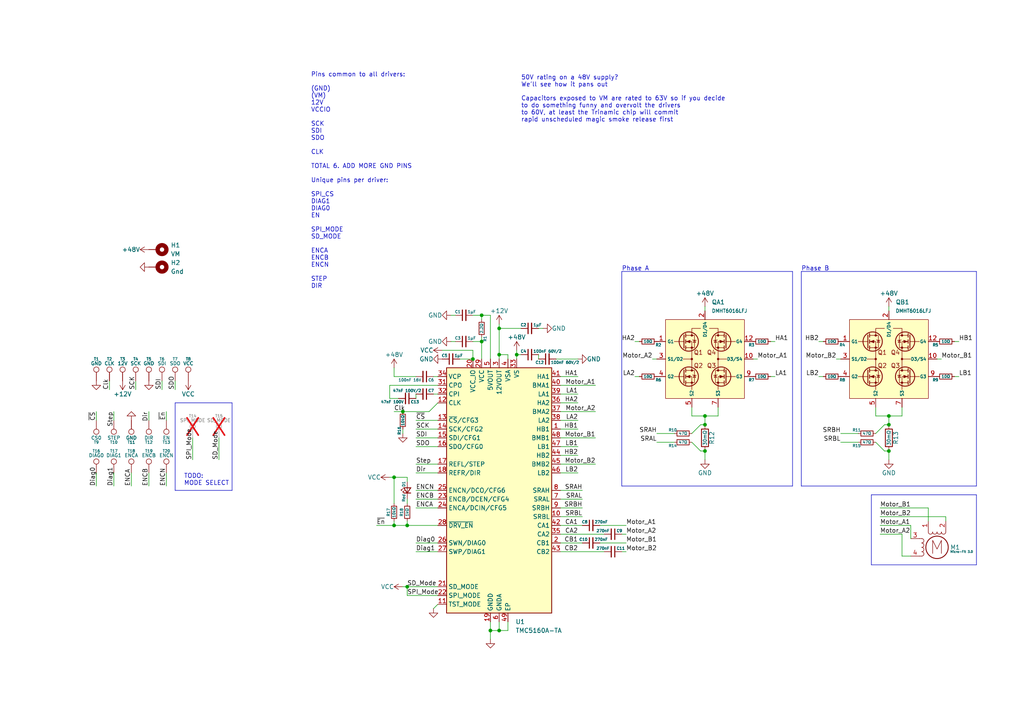
<source format=kicad_sch>
(kicad_sch (version 20230121) (generator eeschema)
  (paper "A4")
  (lib_symbols
    (symbol "Connector:TestPoint" (pin_numbers hide) (pin_names (offset 0.762) hide)
      (property "Reference" "TP" (at 0 6.858 0))
      (property "Value" "TestPoint" (at 0 5.08 0))
      (symbol "TestPoint_0_1"
        (circle (center 0 3.302) (radius 0.762))
      )
      (symbol "TestPoint_1_1"
        (pin passive line (at 0 0 90) (length 2.54) (name "1") (number "1"))
      )
    )
    (symbol "Device:C_Small" (pin_numbers hide) (pin_names (offset 0.254) hide)
      (property "Reference" "C" (at 0.254 1.778 0))
      (property "Value" "C_Small" (at 0.254 -2.032 0))
      (symbol "C_Small_0_1"
        (polyline (pts (xy -1.524 -0.508) (xy 1.524 -0.508)) (stroke (width 0.3302)))
        (polyline (pts (xy -1.524 0.508) (xy 1.524 0.508)) (stroke (width 0.3048)))
      )
      (symbol "C_Small_1_1"
        (pin passive line (at 0 2.54 270) (length 2.032) (name "~") (number "1"))
        (pin passive line (at 0 -2.54 90) (length 2.032) (name "~") (number "2"))
      )
    )
    (symbol "Device:LED_Small" (pin_numbers hide) (pin_names (offset 0.254) hide)
      (property "Reference" "D" (at -1.27 3.175 0))
      (property "Value" "LED_Small" (at -4.445 -2.54 0))
      (symbol "LED_Small_0_1"
        (polyline (pts (xy -0.762 -1.016) (xy -0.762 1.016)) (stroke (width 0.254)))
        (polyline (pts (xy 1.016 0) (xy -0.762 0)))
        (polyline (pts (xy 0.762 -1.016) (xy -0.762 0) (xy 0.762 1.016) (xy 0.762 -1.016)) (stroke (width 0.254)))
        (polyline (pts (xy 0 0.762) (xy -0.508 1.27) (xy -0.254 1.27) (xy -0.508 1.27) (xy -0.508 1.016)))
        (polyline (pts (xy 0.508 1.27) (xy 0 1.778) (xy 0.254 1.778) (xy 0 1.778) (xy 0 1.524)))
      )
      (symbol "LED_Small_1_1"
        (pin passive line (at -2.54 0 0) (length 1.778) (name "K") (number "1"))
        (pin passive line (at 2.54 0 180) (length 1.778) (name "A") (number "2"))
      )
    )
    (symbol "Device:R" (pin_numbers hide) (pin_names (offset 0))
      (property "Reference" "R" (at 2.032 0 90))
      (property "Value" "R" (at 0 0 90))
      (symbol "R_0_1"
        (rectangle (start -1.016 -2.54) (end 1.016 2.54) (stroke (width 0.254)))
      )
      (symbol "R_1_1"
        (pin passive line (at 0 3.81 270) (length 1.27) (name "~") (number "1"))
        (pin passive line (at 0 -3.81 90) (length 1.27) (name "~") (number "2"))
      )
    )
    (symbol "Device:R_Small" (pin_numbers hide) (pin_names (offset 0.254) hide)
      (property "Reference" "R" (at 0.762 0.508 0))
      (property "Value" "R_Small" (at 0.762 -1.016 0))
      (symbol "R_Small_0_1"
        (rectangle (start -0.762 1.778) (end 0.762 -1.778) (stroke (width 0.2032)))
      )
      (symbol "R_Small_1_1"
        (pin passive line (at 0 2.54 270) (length 0.762) (name "~") (number "1"))
        (pin passive line (at 0 -2.54 90) (length 0.762) (name "~") (number "2"))
      )
    )
    (symbol "Driver_Motor:TMC5160A-TA"
      (property "Reference" "U" (at -11.43 38.1 0))
      (property "Value" "TMC5160A-TA" (at 10.16 38.1 0))
      (symbol "TMC5160A-TA_1_0"
        (rectangle (start -15.24 -35.56) (end 15.24 35.56) (stroke (width 0.254)) (fill (type background)))
      )
      (symbol "TMC5160A-TA_1_1"
        (pin output line (at 17.78 17.78 180) (length 2.54) (name "HB1") (number "1"))
        (pin passive line (at 17.78 -7.62 180) (length 2.54) (name "SRBL") (number "10"))
        (pin input line (at -17.78 -33.02 0) (length 2.54) (name "TST_MODE") (number "11"))
        (pin input line (at -17.78 25.4 0) (length 2.54) (name "CLK") (number "12"))
        (pin input line (at -17.78 20.32 0) (length 2.54) (name "~{CS}/CFG3") (number "13"))
        (pin input line (at -17.78 17.78 0) (length 2.54) (name "SCK/CFG2") (number "14"))
        (pin input line (at -17.78 15.24 0) (length 2.54) (name "SDI/CFG1") (number "15"))
        (pin bidirectional line (at -17.78 12.7 0) (length 2.54) (name "SDO/CFG0") (number "16"))
        (pin input line (at -17.78 7.62 0) (length 2.54) (name "REFL/STEP") (number "17"))
        (pin input line (at -17.78 5.08 0) (length 2.54) (name "REFR/DIR") (number "18"))
        (pin power_in line (at -2.54 -38.1 90) (length 2.54) (name "GNDD") (number "19"))
        (pin passive line (at 17.78 -15.24 180) (length 2.54) (name "CB1") (number "2"))
        (pin power_in line (at -7.62 38.1 270) (length 2.54) (name "VCC_IO") (number "20"))
        (pin input line (at -17.78 -27.94 0) (length 2.54) (name "SD_MODE") (number "21"))
        (pin input line (at -17.78 -30.48 0) (length 2.54) (name "SPI_MODE") (number "22"))
        (pin input line (at -17.78 -2.54 0) (length 2.54) (name "ENCB/DCEN/CFG4") (number "23"))
        (pin input line (at -17.78 -5.08 0) (length 2.54) (name "ENCA/DCIN/CFG5") (number "24"))
        (pin bidirectional line (at -17.78 0 0) (length 2.54) (name "ENCN/DCO/CFG6") (number "25"))
        (pin bidirectional line (at -17.78 -15.24 0) (length 2.54) (name "SWN/DIAG0") (number "26"))
        (pin bidirectional line (at -17.78 -17.78 0) (length 2.54) (name "SWP/DIAG1") (number "27"))
        (pin input line (at -17.78 -10.16 0) (length 2.54) (name "~{DRV_EN}") (number "28"))
        (pin power_in line (at -5.08 38.1 270) (length 2.54) (name "VCC") (number "29"))
        (pin power_out line (at 0 38.1 270) (length 2.54) (name "12VOUT") (number "3"))
        (pin passive line (at -2.54 -38.1 90) (length 2.54) hide (name "GNDD") (number "30"))
        (pin passive line (at -17.78 30.48 0) (length 2.54) (name "CPO") (number "31"))
        (pin passive line (at -17.78 27.94 0) (length 2.54) (name "CPI") (number "32"))
        (pin power_in line (at 5.08 38.1 270) (length 2.54) (name "VS") (number "33"))
        (pin passive line (at -17.78 33.02 0) (length 2.54) (name "VCP") (number "34"))
        (pin passive line (at 17.78 -12.7 180) (length 2.54) (name "CA2") (number "35"))
        (pin output line (at 17.78 25.4 180) (length 2.54) (name "HA2") (number "36"))
        (pin passive line (at 17.78 22.86 180) (length 2.54) (name "BMA2") (number "37"))
        (pin output line (at 17.78 20.32 180) (length 2.54) (name "LA2") (number "38"))
        (pin output line (at 17.78 27.94 180) (length 2.54) (name "LA1") (number "39"))
        (pin power_in line (at 2.54 38.1 270) (length 2.54) (name "VSA") (number "4"))
        (pin passive line (at 17.78 30.48 180) (length 2.54) (name "BMA1") (number "40"))
        (pin output line (at 17.78 33.02 180) (length 2.54) (name "HA1") (number "41"))
        (pin passive line (at 17.78 -10.16 180) (length 2.54) (name "CA1") (number "42"))
        (pin passive line (at 17.78 -17.78 180) (length 2.54) (name "CB2") (number "43"))
        (pin output line (at 17.78 10.16 180) (length 2.54) (name "HB2") (number "44"))
        (pin passive line (at 17.78 7.62 180) (length 2.54) (name "BMB2") (number "45"))
        (pin output line (at 17.78 5.08 180) (length 2.54) (name "LB2") (number "46"))
        (pin output line (at 17.78 12.7 180) (length 2.54) (name "LB1") (number "47"))
        (pin passive line (at 17.78 15.24 180) (length 2.54) (name "BMB1") (number "48"))
        (pin power_in line (at 2.54 -38.1 90) (length 2.54) (name "EP") (number "49"))
        (pin power_out line (at -2.54 38.1 270) (length 2.54) (name "5VOUT") (number "5"))
        (pin power_in line (at 0 -38.1 90) (length 2.54) (name "GNDA") (number "6"))
        (pin passive line (at 17.78 -2.54 180) (length 2.54) (name "SRAL") (number "7"))
        (pin passive line (at 17.78 0 180) (length 2.54) (name "SRAH") (number "8"))
        (pin passive line (at 17.78 -5.08 180) (length 2.54) (name "SRBH") (number "9"))
      )
    )
    (symbol "GND_1" (power) (pin_names (offset 0))
      (property "Value" "GND_1" (at 0 -3.81 0))
      (symbol "GND_1_0_1"
        (polyline (pts (xy 0 0) (xy 0 -1.27) (xy 1.27 -1.27) (xy 0 -2.54) (xy -1.27 -1.27) (xy 0 -1.27)))
      )
      (symbol "GND_1_1_1"
        (pin power_in line (at 0 0 270) (length 0) hide (name "GND") (number "1"))
      )
    )
    (symbol "Mechanical:MountingHole_Pad" (pin_numbers hide) (pin_names (offset 1.016) hide)
      (property "Reference" "H" (at 0 6.35 0))
      (property "Value" "MountingHole_Pad" (at 0 4.445 0))
      (symbol "MountingHole_Pad_0_1"
        (circle (center 0 1.27) (radius 1.27) (stroke (width 1.27)))
      )
      (symbol "MountingHole_Pad_1_1"
        (pin input line (at 0 -2.54 90) (length 2.54) (name "1") (number "1"))
      )
    )
    (symbol "Motor:Stepper_Motor_bipolar" (pin_names (offset 0) hide)
      (property "Reference" "M" (at 3.81 2.54 0))
      (property "Value" "Stepper_Motor_bipolar" (at 3.81 1.27 0))
      (symbol "Stepper_Motor_bipolar_0_0"
        (polyline (pts (xy -1.27 -1.778) (xy -1.27 2.032) (xy 0 -0.508) (xy 1.27 2.032) (xy 1.27 -1.778)))
      )
      (symbol "Stepper_Motor_bipolar_0_1"
        (arc (start -4.445 -2.54) (mid -3.8127 -1.905) (end -4.445 -1.27))
        (arc (start -4.445 -1.27) (mid -3.8127 -0.635) (end -4.445 0))
        (arc (start -4.445 0) (mid -3.8127 0.635) (end -4.445 1.27))
        (arc (start -4.445 1.27) (mid -3.8127 1.905) (end -4.445 2.54))
        (arc (start -2.54 4.445) (mid -1.905 3.8127) (end -1.27 4.445))
        (arc (start -1.27 4.445) (mid -0.635 3.8127) (end 0 4.445))
        (polyline (pts (xy -5.08 -2.54) (xy -4.445 -2.54)))
        (polyline (pts (xy -5.08 2.54) (xy -4.445 2.54)))
        (polyline (pts (xy -2.54 5.08) (xy -2.54 4.445)))
        (polyline (pts (xy 2.54 5.08) (xy 2.54 4.445)))
        (circle (center 0 0) (radius 3.2512) (stroke (width 0.254)))
        (arc (start 0 4.445) (mid 0.635 3.8127) (end 1.27 4.445))
        (arc (start 1.27 4.445) (mid 1.905 3.8127) (end 2.54 4.445))
      )
      (symbol "Stepper_Motor_bipolar_1_1"
        (pin passive line (at -2.54 7.62 270) (length 2.54) (name "~") (number "1"))
        (pin passive line (at 2.54 7.62 270) (length 2.54) (name "-") (number "2"))
        (pin passive line (at -7.62 2.54 0) (length 2.54) (name "~") (number "3"))
        (pin passive line (at -7.62 -2.54 0) (length 2.54) (name "~") (number "4"))
      )
    )
    (symbol "power:+12V" (power) (pin_names (offset 0))
      (property "Value" "+12V" (at 0 3.556 0))
      (symbol "+12V_0_1"
        (polyline (pts (xy -0.762 1.27) (xy 0 2.54)))
        (polyline (pts (xy 0 0) (xy 0 2.54)))
        (polyline (pts (xy 0 2.54) (xy 0.762 1.27)))
      )
      (symbol "+12V_1_1"
        (pin power_in line (at 0 0 90) (length 0) hide (name "+12V") (number "1"))
      )
    )
    (symbol "power:+48V" (power) (pin_names (offset 0))
      (property "Value" "+48V" (at 0 3.556 0))
      (symbol "+48V_0_1"
        (polyline (pts (xy -0.762 1.27) (xy 0 2.54)))
        (polyline (pts (xy 0 0) (xy 0 2.54)))
        (polyline (pts (xy 0 2.54) (xy 0.762 1.27)))
      )
      (symbol "+48V_1_1"
        (pin power_in line (at 0 0 90) (length 0) hide (name "+48V") (number "1"))
      )
    )
    (symbol "power:GND" (power) (pin_names (offset 0))
      (property "Value" "GND" (at 0 -3.81 0))
      (symbol "GND_0_1"
        (polyline (pts (xy 0 0) (xy 0 -1.27) (xy 1.27 -1.27) (xy 0 -2.54) (xy -1.27 -1.27) (xy 0 -1.27)))
      )
      (symbol "GND_1_1"
        (pin power_in line (at 0 0 270) (length 0) hide (name "GND") (number "1"))
      )
    )
    (symbol "power:VCC" (power) (pin_names (offset 0))
      (property "Value" "VCC" (at 0 3.81 0))
      (symbol "VCC_0_1"
        (polyline (pts (xy -0.762 1.27) (xy 0 2.54)))
        (polyline (pts (xy 0 0) (xy 0 2.54)))
        (polyline (pts (xy 0 2.54) (xy 0.762 1.27)))
      )
      (symbol "VCC_1_1"
        (pin power_in line (at 0 0 90) (length 0) hide (name "VCC") (number "1"))
      )
    )
    (symbol "tmc5160-driver:DMHT6016LFJ"
      (property "Reference" "QA" (at 11.43 14.605 0))
      (property "Value" "DMHT6016LFJ" (at 11.43 12.7 0))
      (property "LCSC" "C460986" (at 0 0 0))
      (symbol "DMHT6016LFJ_0_0"
        (rectangle (start -11.43 11.43) (end 11.43 -11.43) (fill (type background)))
        (polyline (pts (xy -3.81 -7.62) (xy -3.81 -8.89)))
        (polyline (pts (xy -3.81 0) (xy -6.35 0)))
        (polyline (pts (xy 3.8102 -7.6181) (xy 3.8102 -8.8881)))
        (polyline (pts (xy 3.81 0) (xy 6.35 0)))
        (text "Q1" (at -1.905 1.905 0) (effects (font (size 1.27 1.27))))
        (text "Q2" (at -1.905 -1.905 0) (effects (font (size 1.27 1.27))))
        (text "Q3" (at 1.9052 -1.9031 0) (effects (font (size 1.27 1.27))))
        (text "Q4" (at 1.9052 1.9069 0) (effects (font (size 1.27 1.27))))
      )
      (symbol "DMHT6016LFJ_0_1"
        (circle (center -4.699 -5.08) (radius 2.794) (stroke (width 0.254)))
        (circle (center -4.699 5.08) (radius 2.794) (stroke (width 0.254)))
        (circle (center -3.81 -6.858) (radius 0.254) (fill (type outline)))
        (circle (center -3.81 -3.302) (radius 0.254) (fill (type outline)))
        (circle (center -3.81 0) (radius 0.254) (fill (type outline)))
        (circle (center -3.81 3.302) (radius 0.254) (fill (type outline)))
        (circle (center -3.81 6.858) (radius 0.254) (fill (type outline)))
        (polyline (pts (xy -6.096 -5.08) (xy -8.89 -5.08)))
        (polyline (pts (xy -6.096 -3.175) (xy -6.096 -6.985)) (stroke (width 0.254)))
        (polyline (pts (xy -6.096 5.08) (xy -8.89 5.08)))
        (polyline (pts (xy -6.096 6.985) (xy -6.096 3.175)) (stroke (width 0.254)))
        (polyline (pts (xy -5.588 -6.35) (xy -5.588 -7.366)) (stroke (width 0.254)))
        (polyline (pts (xy -5.588 -4.572) (xy -5.588 -5.588)) (stroke (width 0.254)))
        (polyline (pts (xy -5.588 -2.794) (xy -5.588 -3.81)) (stroke (width 0.254)))
        (polyline (pts (xy -5.588 3.81) (xy -5.588 2.794)) (stroke (width 0.254)))
        (polyline (pts (xy -5.588 5.588) (xy -5.588 4.572)) (stroke (width 0.254)))
        (polyline (pts (xy -5.588 7.366) (xy -5.588 6.35)) (stroke (width 0.254)))
        (polyline (pts (xy -3.81 7.62) (xy -3.81 6.858)))
        (polyline (pts (xy 3.8102 7.6219) (xy 3.8102 6.8599)))
        (polyline (pts (xy 5.5882 -6.3481) (xy 5.5882 -7.3641)) (stroke (width 0.254)))
        (polyline (pts (xy 5.5882 -4.5701) (xy 5.5882 -5.5861)) (stroke (width 0.254)))
        (polyline (pts (xy 5.5882 -2.7921) (xy 5.5882 -3.8081)) (stroke (width 0.254)))
        (polyline (pts (xy 5.5882 3.8119) (xy 5.5882 2.7959)) (stroke (width 0.254)))
        (polyline (pts (xy 5.5882 5.5899) (xy 5.5882 4.5739)) (stroke (width 0.254)))
        (polyline (pts (xy 5.5882 7.3679) (xy 5.5882 6.3519)) (stroke (width 0.254)))
        (polyline (pts (xy 6.0962 -5.0781) (xy 8.8902 -5.0781)))
        (polyline (pts (xy 6.0962 -3.1731) (xy 6.0962 -6.9831)) (stroke (width 0.254)))
        (polyline (pts (xy 6.0962 5.0819) (xy 8.8902 5.0819)))
        (polyline (pts (xy 6.0962 6.9869) (xy 6.0962 3.1769)) (stroke (width 0.254)))
        (polyline (pts (xy -3.81 -7.62) (xy -3.81 -5.08) (xy -5.588 -5.08)))
        (polyline (pts (xy -3.81 -3.302) (xy -3.81 5.08) (xy -5.588 5.08)))
        (polyline (pts (xy -3.81 7.62) (xy -3.81 8.89) (xy -1.27 8.89)))
        (polyline (pts (xy 3.8102 -7.6181) (xy 3.8102 -5.0781) (xy 5.5882 -5.0781)))
        (polyline (pts (xy 3.8102 -3.3001) (xy 3.8102 5.0819) (xy 5.5882 5.0819)))
        (polyline (pts (xy 3.8102 7.6219) (xy 3.8102 8.8919) (xy 1.2702 8.8919)))
        (polyline (pts (xy -5.588 -6.858) (xy -3.048 -6.858) (xy -3.048 -3.302) (xy -5.588 -3.302)))
        (polyline (pts (xy -5.588 3.302) (xy -3.048 3.302) (xy -3.048 6.858) (xy -5.588 6.858)))
        (polyline (pts (xy -5.334 -5.08) (xy -4.318 -4.699) (xy -4.318 -5.461) (xy -5.334 -5.08)) (fill (type outline)))
        (polyline (pts (xy -5.334 5.08) (xy -4.318 5.461) (xy -4.318 4.699) (xy -5.334 5.08)) (fill (type outline)))
        (polyline (pts (xy -3.556 -4.572) (xy -3.429 -4.699) (xy -2.667 -4.699) (xy -2.54 -4.826)))
        (polyline (pts (xy -3.556 5.588) (xy -3.429 5.461) (xy -2.667 5.461) (xy -2.54 5.334)))
        (polyline (pts (xy -3.048 -4.699) (xy -3.429 -5.334) (xy -2.667 -5.334) (xy -3.048 -4.699)))
        (polyline (pts (xy -3.048 5.461) (xy -3.429 4.826) (xy -2.667 4.826) (xy -3.048 5.461)))
        (polyline (pts (xy 3.0482 -4.6971) (xy 3.4292 -5.3321) (xy 2.6672 -5.3321) (xy 3.0482 -4.6971)))
        (polyline (pts (xy 3.0482 5.4629) (xy 3.4292 4.8279) (xy 2.6672 4.8279) (xy 3.0482 5.4629)))
        (polyline (pts (xy 3.5562 -4.5701) (xy 3.4292 -4.6971) (xy 2.6672 -4.6971) (xy 2.5402 -4.8241)))
        (polyline (pts (xy 3.5562 5.5899) (xy 3.4292 5.4629) (xy 2.6672 5.4629) (xy 2.5402 5.3359)))
        (polyline (pts (xy 5.3342 -5.0781) (xy 4.3182 -4.6971) (xy 4.3182 -5.4591) (xy 5.3342 -5.0781)) (fill (type outline)))
        (polyline (pts (xy 5.3342 5.0819) (xy 4.3182 5.4629) (xy 4.3182 4.7009) (xy 5.3342 5.0819)) (fill (type outline)))
        (polyline (pts (xy 5.5882 -6.8561) (xy 3.0482 -6.8561) (xy 3.0482 -3.3001) (xy 5.5882 -3.3001)))
        (polyline (pts (xy 5.5882 3.3039) (xy 3.0482 3.3039) (xy 3.0482 6.8599) (xy 5.5882 6.8599)))
        (circle (center 3.8102 -6.8561) (radius 0.254) (fill (type outline)))
        (circle (center 3.8102 -3.3001) (radius 0.254) (fill (type outline)))
        (circle (center 3.8102 0.0019) (radius 0.254) (fill (type outline)))
        (circle (center 3.8102 3.3039) (radius 0.254) (fill (type outline)))
        (circle (center 3.8102 6.8599) (radius 0.254) (fill (type outline)))
        (circle (center 4.6992 -5.0781) (radius 2.794) (stroke (width 0.254)))
        (circle (center 4.6992 5.0819) (radius 2.794) (stroke (width 0.254)))
      )
      (symbol "DMHT6016LFJ_1_1"
        (pin passive line (at -13.97 5.08 0) (length 2.54) (name "G1") (number "1"))
        (pin passive line (at 13.97 0 180) (length 2.54) (name "D3/S4") (number "10"))
        (pin passive line (at 0 13.97 270) (length 2.54) hide (name "D1/D4") (number "11"))
        (pin passive line (at 0 13.97 270) (length 2.54) hide (name "D1/D4") (number "11"))
        (pin passive line (at 13.97 5.08 180) (length 2.54) (name "G4") (number "12"))
        (pin passive line (at 0 13.97 270) (length 2.54) (name "D1/D4") (number "2"))
        (pin passive line (at -13.97 0 0) (length 2.54) (name "S1/D2") (number "3"))
        (pin passive line (at -13.97 -5.08 0) (length 2.54) (name "G2") (number "4"))
        (pin passive line (at -3.81 -13.97 90) (length 2.54) (name "S2") (number "5"))
        (pin passive line (at -3.81 -13.97 90) (length 2.54) hide (name "S2") (number "6"))
        (pin passive line (at 3.81 -13.97 90) (length 2.54) (name "S3") (number "7"))
        (pin passive line (at 3.81 -13.97 90) (length 2.54) hide (name "S3") (number "8"))
        (pin passive line (at 13.97 -5.08 180) (length 2.54) (name "G3") (number "9"))
        (pin passive line (at 0 13.97 270) (length 2.54) hide (name "D1/D4") (number "P1"))
        (pin passive line (at -13.97 0 0) (length 2.54) hide (name "S1/D2") (number "P2"))
        (pin passive line (at 13.97 0 180) (length 2.54) hide (name "D3/S4") (number "P3"))
      )
    )
  )
  (junction (at 149.86 102.87))
  (junction (at 144.78 102.87))
  (junction (at 137.16 104.14))
  (junction (at 204.47 123.19))
  (junction (at 257.81 130.81))
  (junction (at 139.7 91.44))
  (junction (at 257.81 120.65))
  (junction (at 204.47 120.65))
  (junction (at 204.47 130.81))
  (junction (at 139.7 99.06))
  (junction (at 257.81 123.19))
  (junction (at 118.11 170.18))
  (junction (at 114.3 152.4))
  (junction (at 142.24 182.88))
  (junction (at 114.3 138.43))
  (junction (at 116.84 119.38))
  (junction (at 144.78 95.25))
  (junction (at 144.78 182.88))
  (junction (at 118.11 152.4))
  (polyline (pts (xy 67.31 116.84) (xy 67.31 142.24)))
  (wire (pts (xy 120.65 144.78) (xy 127 144.78)))
  (wire (pts (xy 120.65 157.48) (xy 127 157.48)))
  (wire (pts (xy 256.54 123.19) (xy 257.81 123.19)))
  (wire (pts (xy 238.76 109.22) (xy 237.49 109.22)))
  (wire (pts (xy 130.81 91.44) (xy 132.08 91.44)))
  (wire (pts (xy 137.16 91.44) (xy 139.7 91.44)))
  (polyline (pts (xy 67.31 142.24) (xy 50.8 142.24)))
  (wire (pts (xy 142.24 91.44) (xy 139.7 91.44)))
  (wire (pts (xy 118.11 152.4) (xy 118.11 151.13)))
  (wire (pts (xy 254 120.65) (xy 257.81 120.65)))
  (wire (pts (xy 167.64 137.16) (xy 162.56 137.16)))
  (wire (pts (xy 162.56 149.86) (xy 168.91 149.86)))
  (wire (pts (xy 162.56 152.4) (xy 168.91 152.4)))
  (wire (pts (xy 181.61 152.4) (xy 173.99 152.4)))
  (wire (pts (xy 167.64 132.08) (xy 162.56 132.08)))
  (wire (pts (xy 120.65 121.92) (xy 127 121.92)))
  (wire (pts (xy 243.84 125.73) (xy 248.92 125.73)))
  (wire (pts (xy 142.24 182.88) (xy 142.24 180.34)))
  (wire (pts (xy 167.64 104.14) (xy 161.29 104.14)))
  (wire (pts (xy 130.81 99.06) (xy 132.08 99.06)))
  (wire (pts (xy 144.78 180.34) (xy 144.78 182.88)))
  (wire (pts (xy 118.11 138.43) (xy 118.11 139.7)))
  (wire (pts (xy 203.2 123.19) (xy 204.47 123.19)))
  (wire (pts (xy 114.3 138.43) (xy 114.3 146.05)))
  (wire (pts (xy 167.64 129.54) (xy 162.56 129.54)))
  (wire (pts (xy 200.66 118.11) (xy 200.66 120.65)))
  (wire (pts (xy 172.72 119.38) (xy 162.56 119.38)))
  (wire (pts (xy 38.1 140.97) (xy 38.1 137.16)))
  (wire (pts (xy 190.5 128.27) (xy 195.58 128.27)))
  (wire (pts (xy 200.66 125.73) (xy 203.2 123.19)))
  (wire (pts (xy 125.73 114.3) (xy 127 114.3)))
  (wire (pts (xy 113.03 115.57) (xy 113.03 111.76)))
  (wire (pts (xy 33.02 119.38) (xy 33.02 121.92)))
  (wire (pts (xy 223.52 109.22) (xy 224.79 109.22)))
  (wire (pts (xy 137.16 99.06) (xy 139.7 99.06)))
  (wire (pts (xy 180.34 154.94) (xy 181.61 154.94)))
  (wire (pts (xy 162.56 147.32) (xy 168.91 147.32)))
  (wire (pts (xy 43.18 140.97) (xy 43.18 137.16)))
  (wire (pts (xy 269.24 147.32) (xy 269.24 151.13)))
  (wire (pts (xy 172.72 134.62) (xy 162.56 134.62)))
  (wire (pts (xy 120.65 127) (xy 127 127)))
  (wire (pts (xy 185.42 109.22) (xy 184.15 109.22)))
  (wire (pts (xy 139.7 97.79) (xy 139.7 99.06)))
  (wire (pts (xy 118.11 172.72) (xy 127 172.72)))
  (wire (pts (xy 256.54 130.81) (xy 257.81 130.81)))
  (wire (pts (xy 254 128.27) (xy 256.54 130.81)))
  (polyline (pts (xy 252.73 163.83) (xy 283.21 163.83)))
  (wire (pts (xy 118.11 170.18) (xy 127 170.18)))
  (wire (pts (xy 114.3 109.22) (xy 120.65 109.22)))
  (polyline (pts (xy 180.34 78.74) (xy 229.87 78.74)))
  (wire (pts (xy 144.78 182.88) (xy 147.32 182.88)))
  (wire (pts (xy 254 118.11) (xy 254 120.65)))
  (wire (pts (xy 274.32 149.86) (xy 274.32 151.13)))
  (polyline (pts (xy 50.8 116.84) (xy 67.31 116.84)))
  (wire (pts (xy 27.94 140.97) (xy 27.94 137.16)))
  (wire (pts (xy 120.65 137.16) (xy 127 137.16)))
  (wire (pts (xy 114.3 151.13) (xy 114.3 152.4)))
  (wire (pts (xy 276.86 109.22) (xy 278.13 109.22)))
  (wire (pts (xy 124.46 119.38) (xy 127 116.84)))
  (wire (pts (xy 109.22 152.4) (xy 114.3 152.4)))
  (wire (pts (xy 144.78 102.87) (xy 147.32 102.87)))
  (polyline (pts (xy 283.21 140.97) (xy 232.41 140.97)))
  (wire (pts (xy 147.32 182.88) (xy 147.32 180.34)))
  (wire (pts (xy 118.11 152.4) (xy 127 152.4)))
  (wire (pts (xy 144.78 95.25) (xy 144.78 102.87)))
  (polyline (pts (xy 229.87 140.97) (xy 180.34 140.97)))
  (wire (pts (xy 139.7 91.44) (xy 139.7 92.71)))
  (wire (pts (xy 243.84 128.27) (xy 248.92 128.27)))
  (wire (pts (xy 162.56 157.48) (xy 168.91 157.48)))
  (polyline (pts (xy 232.41 78.74) (xy 283.21 78.74)))
  (wire (pts (xy 120.65 129.54) (xy 127 129.54)))
  (wire (pts (xy 142.24 104.14) (xy 142.24 91.44)))
  (wire (pts (xy 133.35 104.14) (xy 137.16 104.14)))
  (wire (pts (xy 113.03 111.76) (xy 127 111.76)))
  (wire (pts (xy 137.16 101.6) (xy 137.16 104.14)))
  (wire (pts (xy 50.8 113.03) (xy 50.8 110.49)))
  (wire (pts (xy 255.27 147.32) (xy 269.24 147.32)))
  (wire (pts (xy 120.65 115.57) (xy 120.65 114.3)))
  (wire (pts (xy 144.78 93.98) (xy 144.78 95.25)))
  (wire (pts (xy 276.86 99.06) (xy 278.13 99.06)))
  (polyline (pts (xy 229.87 78.74) (xy 229.87 140.97)))
  (wire (pts (xy 157.48 95.25) (xy 156.21 95.25)))
  (wire (pts (xy 223.52 99.06) (xy 224.79 99.06)))
  (wire (pts (xy 203.2 130.81) (xy 204.47 130.81)))
  (wire (pts (xy 120.65 147.32) (xy 127 147.32)))
  (wire (pts (xy 63.5 133.35) (xy 63.5 127)))
  (wire (pts (xy 149.86 102.87) (xy 149.86 104.14)))
  (wire (pts (xy 48.26 140.97) (xy 48.26 137.16)))
  (wire (pts (xy 120.65 134.62) (xy 127 134.62)))
  (polyline (pts (xy 252.73 143.51) (xy 252.73 163.83)))
  (wire (pts (xy 162.56 142.24) (xy 168.91 142.24)))
  (wire (pts (xy 167.64 114.3) (xy 162.56 114.3)))
  (wire (pts (xy 208.28 120.65) (xy 208.28 118.11)))
  (polyline (pts (xy 50.8 142.24) (xy 50.8 116.84)))
  (wire (pts (xy 144.78 102.87) (xy 144.78 104.14)))
  (wire (pts (xy 189.23 104.14) (xy 190.5 104.14)))
  (wire (pts (xy 238.76 99.06) (xy 237.49 99.06)))
  (wire (pts (xy 167.64 121.92) (xy 162.56 121.92)))
  (wire (pts (xy 219.71 104.14) (xy 218.44 104.14)))
  (wire (pts (xy 114.3 106.68) (xy 114.3 109.22)))
  (wire (pts (xy 43.18 119.38) (xy 43.18 121.92)))
  (wire (pts (xy 167.64 116.84) (xy 162.56 116.84)))
  (wire (pts (xy 180.34 160.02) (xy 181.61 160.02)))
  (wire (pts (xy 31.75 113.03) (xy 31.75 110.49)))
  (wire (pts (xy 149.86 101.6) (xy 149.86 102.87)))
  (wire (pts (xy 200.66 120.65) (xy 204.47 120.65)))
  (wire (pts (xy 204.47 120.65) (xy 208.28 120.65)))
  (wire (pts (xy 118.11 144.78) (xy 118.11 146.05)))
  (wire (pts (xy 116.84 119.38) (xy 124.46 119.38)))
  (wire (pts (xy 204.47 88.9) (xy 204.47 90.17)))
  (wire (pts (xy 257.81 88.9) (xy 257.81 90.17)))
  (wire (pts (xy 181.61 157.48) (xy 173.99 157.48)))
  (wire (pts (xy 120.65 124.46) (xy 127 124.46)))
  (wire (pts (xy 46.99 113.03) (xy 46.99 110.49)))
  (wire (pts (xy 113.03 138.43) (xy 114.3 138.43)))
  (wire (pts (xy 162.56 160.02) (xy 175.26 160.02)))
  (polyline (pts (xy 252.73 143.51) (xy 283.21 143.51)))
  (wire (pts (xy 167.64 124.46) (xy 162.56 124.46)))
  (wire (pts (xy 261.62 154.94) (xy 261.62 161.29)))
  (wire (pts (xy 261.62 161.29) (xy 264.16 161.29)))
  (wire (pts (xy 128.27 101.6) (xy 137.16 101.6)))
  (wire (pts (xy 204.47 120.65) (xy 204.47 123.19)))
  (wire (pts (xy 204.47 130.81) (xy 204.47 133.35)))
  (wire (pts (xy 114.3 119.38) (xy 116.84 119.38)))
  (wire (pts (xy 48.26 119.38) (xy 48.26 121.92)))
  (wire (pts (xy 172.72 111.76) (xy 162.56 111.76)))
  (wire (pts (xy 172.72 127) (xy 162.56 127)))
  (wire (pts (xy 125.73 109.22) (xy 127 109.22)))
  (wire (pts (xy 242.57 104.14) (xy 243.84 104.14)))
  (wire (pts (xy 139.7 99.06) (xy 139.7 104.14)))
  (wire (pts (xy 273.05 104.14) (xy 271.78 104.14)))
  (polyline (pts (xy 180.34 78.74) (xy 180.34 140.97)))
  (wire (pts (xy 167.64 109.22) (xy 162.56 109.22)))
  (wire (pts (xy 264.16 152.4) (xy 264.16 156.21)))
  (wire (pts (xy 144.78 182.88) (xy 142.24 182.88)))
  (wire (pts (xy 162.56 144.78) (xy 168.91 144.78)))
  (wire (pts (xy 114.3 138.43) (xy 118.11 138.43)))
  (wire (pts (xy 257.81 130.81) (xy 257.81 133.35)))
  (wire (pts (xy 116.84 124.46) (xy 116.84 125.73)))
  (wire (pts (xy 114.3 152.4) (xy 118.11 152.4)))
  (wire (pts (xy 200.66 128.27) (xy 203.2 130.81)))
  (wire (pts (xy 39.37 113.03) (xy 39.37 110.49)))
  (wire (pts (xy 185.42 99.06) (xy 184.15 99.06)))
  (polyline (pts (xy 232.41 78.74) (xy 232.41 140.97)))
  (wire (pts (xy 118.11 170.18) (xy 118.11 172.72)))
  (wire (pts (xy 255.27 152.4) (xy 264.16 152.4)))
  (wire (pts (xy 27.94 119.38) (xy 27.94 121.92)))
  (polyline (pts (xy 283.21 163.83) (xy 283.21 143.51)))
  (wire (pts (xy 142.24 185.42) (xy 142.24 182.88)))
  (wire (pts (xy 190.5 125.73) (xy 195.58 125.73)))
  (polyline (pts (xy 283.21 78.74) (xy 283.21 140.97)))
  (wire (pts (xy 33.02 140.97) (xy 33.02 137.16)))
  (wire (pts (xy 120.65 160.02) (xy 127 160.02)))
  (wire (pts (xy 156.21 104.14) (xy 156.21 102.87)))
  (wire (pts (xy 162.56 154.94) (xy 175.26 154.94)))
  (wire (pts (xy 151.13 95.25) (xy 144.78 95.25)))
  (wire (pts (xy 261.62 120.65) (xy 261.62 118.11)))
  (wire (pts (xy 255.27 154.94) (xy 261.62 154.94)))
  (wire (pts (xy 55.88 133.35) (xy 55.88 127)))
  (wire (pts (xy 254 125.73) (xy 256.54 123.19)))
  (wire (pts (xy 115.57 115.57) (xy 113.03 115.57)))
  (wire (pts (xy 116.84 170.18) (xy 118.11 170.18)))
  (wire (pts (xy 257.81 120.65) (xy 261.62 120.65)))
  (wire (pts (xy 147.32 102.87) (xy 147.32 104.14)))
  (wire (pts (xy 125.73 176.53) (xy 127 175.26)))
  (wire (pts (xy 120.65 142.24) (xy 127 142.24)))
  (wire (pts (xy 255.27 149.86) (xy 274.32 149.86)))
  (wire (pts (xy 151.13 102.87) (xy 149.86 102.87)))
  (wire (pts (xy 257.81 120.65) (xy 257.81 123.19)))
  (text "50V rating on a 48V supply?\nWe'll see how it pans out" (at 151.13 25.4 0) (effects (font (size 1.27 1.27)) (justify left bottom)))
  (text "Phase A" (at 180.34 78.74 0) (effects (font (size 1.27 1.27)) (justify left bottom)))
  (text "Phase B" (at 232.41 78.74 0) (effects (font (size 1.27 1.27)) (justify left bottom)))
  (text "Capacitors exposed to VM are rated to 63V so if you decide \nto do something funny and overvolt the drivers \nto 60V, at least the Trinamic chip will commit \nrapid unscheduled magic smoke release first" (at 151.13 35.56 0) (effects (font (size 1.27 1.27)) (justify left bottom)))
  (text "TODO:\nMODE SELECT" (at 53.34 140.97 0) (effects (font (size 1.27 1.27)) (justify left bottom)))
  (text "Pins common to all drivers:\n\n(GND)\n(VM)\n12V\nVCCIO\n\nSCK\nSDI\nSDO\n\nCLK\n\nTOTAL 6. ADD MORE GND PINS\n\nUnique pins per driver:\n\nSPI_CS\nDIAG1\nDIAG0\nEN\n\nSPI_MODE\nSD_MODE\n\nENCA\nENCB\nENCN\n\nSTEP\nDIR" (at 90.17 83.82 0) (effects (font (size 1.27 1.27)) (justify left bottom)))
  (label "Motor_A1" (at 219.71 104.14 0))
  (label "Diag0" (at 27.94 140.97 90))
  (label "HB2" (at 237.49 99.06 180))
  (label "HB2" (at 167.64 132.08 180))
  (label "SRBL" (at 243.84 128.27 180))
  (label "Dir" (at 43.18 119.38 270))
  (label "Motor_B1" (at 181.61 157.48 0))
  (label "~{CS}" (at 27.94 119.38 270))
  (label "Motor_A2" (at 189.23 104.14 180))
  (label "Clk" (at 31.75 113.03 90))
  (label "HA1" (at 224.79 99.06 0))
  (label "Clk" (at 114.3 119.38 0))
  (label "ENCB" (at 43.18 140.97 90))
  (label "~{En}" (at 48.26 119.38 270))
  (label "Motor_B2" (at 242.57 104.14 180))
  (label "SRBH" (at 168.91 147.32 180))
  (label "ENCB" (at 120.65 144.78 0))
  (label "SRBH" (at 243.84 125.73 180))
  (label "ENCA" (at 120.65 147.32 0))
  (label "CA1" (at 167.64 152.4 180))
  (label "SPI_Mode" (at 55.88 133.35 90))
  (label "LA1" (at 167.64 114.3 180))
  (label "~{CS}" (at 120.65 121.92 0))
  (label "ENCA" (at 38.1 140.97 90))
  (label "Motor_A2" (at 181.61 154.94 0))
  (label "LB1" (at 167.64 129.54 180))
  (label "LA2" (at 184.15 109.22 180))
  (label "Motor_B2" (at 181.61 160.02 0))
  (label "SPI_Mode" (at 118.11 172.72 0))
  (label "SRBL" (at 168.91 149.86 180))
  (label "Step" (at 120.65 134.62 0))
  (label "~{En}" (at 109.22 152.4 0))
  (label "HA2" (at 167.64 116.84 180))
  (label "SD_Mode" (at 118.11 170.18 0))
  (label "Motor_A1" (at 172.72 111.76 180))
  (label "CB2" (at 167.64 160.02 180))
  (label "Motor_A2" (at 255.27 154.94 0))
  (label "LB2" (at 167.64 137.16 180))
  (label "SCK" (at 39.37 113.03 90))
  (label "Motor_B1" (at 273.05 104.14 0))
  (label "SRAL" (at 190.5 128.27 180))
  (label "CA2" (at 167.64 154.94 180))
  (label "SRAL" (at 168.91 144.78 180))
  (label "ENCN" (at 120.65 142.24 0))
  (label "SRAH" (at 190.5 125.73 180))
  (label "Motor_A2" (at 172.72 119.38 180))
  (label "LA2" (at 167.64 121.92 180))
  (label "Diag1" (at 33.02 140.97 90))
  (label "SDI" (at 120.65 127 0))
  (label "Motor_B2" (at 255.27 149.86 0))
  (label "LB2" (at 237.49 109.22 180))
  (label "Motor_B1" (at 172.72 127 180))
  (label "Motor_B2" (at 172.72 134.62 180))
  (label "Dir" (at 120.65 137.16 0))
  (label "SRAH" (at 168.91 142.24 180))
  (label "CB1" (at 167.64 157.48 180))
  (label "Step" (at 33.02 119.38 270))
  (label "LA1" (at 224.79 109.22 0))
  (label "LB1" (at 278.13 109.22 0))
  (label "ENCN" (at 48.26 140.97 90))
  (label "HA2" (at 184.15 99.06 180))
  (label "SDI" (at 46.99 113.03 90))
  (label "SCK" (at 120.65 124.46 0))
  (label "Motor_A1" (at 255.27 152.4 0))
  (label "Diag0" (at 120.65 157.48 0))
  (label "HB1" (at 167.64 124.46 180))
  (label "Motor_B1" (at 255.27 147.32 0))
  (label "SD_Mode" (at 63.5 133.35 90))
  (label "HB1" (at 278.13 99.06 0))
  (label "Motor_A1" (at 181.61 152.4 0))
  (label "HA1" (at 167.64 109.22 180))
  (label "SDO" (at 50.8 113.03 90))
  (label "SDO" (at 120.65 129.54 0))
  (label "Diag1" (at 120.65 160.02 0))
  (symbol (lib_id "Connector:TestPoint") (at 38.1 121.92 0) (mirror x) (unit 1)
    (property "Reference" "T11" (at 38.1 128.27 0) (effects (font (size 0.8 0.8))))
    (property "Value" "GND" (at 38.1 127 0) (effects (font (size 1 1))))
    (property "Footprint" "corevus:LGA_Land" (effects hide))
  )
  (symbol (lib_id "power:GND") (at 116.84 125.73 0) (unit 1)
    (property "Reference" "#PWR024" (effects hide))
    (property "Value" "GND" (effects hide))
  )
  (symbol (lib_id "Device:R_Small") (at 116.84 121.92 0) (mirror y) (unit 1)
    (property "Reference" "R16" (at 115.84 124.92 90) (effects (font (size 0.8 0.8))))
    (property "Value" "10kΩ" (at 116.84 121.92 90) (effects (font (size 0.8 0.8))))
    (property "Footprint" "AlphaLib:0402R" (effects hide))
  )
  (symbol (lib_id "Connector:TestPoint") (at 55.88 127 0) (unit 1) (on_board no) (dnp yes)
    (property "Reference" "T14" (at 55.88 120.65 0) (effects (font (size 0.8 0.8))))
    (property "Value" "SPI_MODE" (at 55.88 121.92 0) (effects (font (size 1 1))))
    (property "Footprint" "corevus:LGA_Land" (effects hide))
  )
  (symbol (lib_id "Device:R_Small") (at 220.98 109.22 270) (unit 1)
    (property "Reference" "R7" (at 217.98 110.22 90) (effects (font (size 0.8 0.8))))
    (property "Value" "10Ω" (at 220.98 109.22 90) (effects (font (size 0.8 0.8))))
    (property "Footprint" "AlphaLib:0402R" (effects hide))
  )
  (symbol (lib_name "GND_1") (lib_id "power:GND") (at 204.47 133.35 0) (unit 1)
    (property "Reference" "#PWR017" (effects hide))
    (property "Value" "GND" (at 204.47 137.16 0))
  )
  (symbol (lib_id "tmc5160-driver:DMHT6016LFJ") (at 257.81 104.14 0) (unit 1)
    (property "Reference" "QB1" (at 259.7497 87.63 0) (effects (justify left)))
    (property "Value" "DMHT6016LFJ" (at 259.7497 90.17 0) (effects (font (size 1 1)) (justify left)))
    (property "Footprint" "corevus:V-DFN5045-12-Type-B" (effects hide))
    (property "Datasheet" "https://datasheet.lcsc.com/lcsc/1912111437_Diodes-Incorporated-DMHT6016LFJ-13_C460986.pdf" (effects hide))
    (property "LCSC" "C460986" (effects hide))
  )
  (symbol (lib_id "Connector:TestPoint") (at 48.26 137.16 0) (unit 1)
    (property "Reference" "T20" (at 48.26 130.81 0) (effects (font (size 0.8 0.8))))
    (property "Value" "ENCN" (at 48.26 132.08 0) (effects (font (size 1 1))))
    (property "Footprint" "corevus:LGA_Land" (effects hide))
  )
  (symbol (lib_id "Connector:TestPoint") (at 33.02 121.92 0) (mirror x) (unit 1)
    (property "Reference" "T10" (at 33.02 128.27 0) (effects (font (size 0.8 0.8))))
    (property "Value" "STEP" (at 33.02 127 0) (effects (font (size 1 1))))
    (property "Footprint" "corevus:LGA_Land" (effects hide))
  )
  (symbol (lib_id "Connector:TestPoint") (at 38.1 137.16 0) (unit 1)
    (property "Reference" "T18" (at 38.1 130.81 0) (effects (font (size 0.8 0.8))))
    (property "Value" "ENCA" (at 38.1 132.08 0) (effects (font (size 1 1))))
    (property "Footprint" "corevus:LGA_Land" (effects hide))
  )
  (symbol (lib_id "power:+12V") (at 35.56 110.49 180) (unit 1)
    (property "Reference" "#PWR013" (effects hide))
    (property "Value" "+12V" (at 35.56 114.3 0))
  )
  (symbol (lib_id "power:+48V") (at 204.47 88.9 0) (unit 1)
    (property "Reference" "#PWR022" (effects hide))
    (property "Value" "+48V" (at 204.47 85.09 0))
  )
  (symbol (lib_id "Connector:TestPoint") (at 43.18 137.16 0) (unit 1)
    (property "Reference" "T19" (at 43.18 130.81 0) (effects (font (size 0.8 0.8))))
    (property "Value" "ENCB" (at 43.18 132.08 0) (effects (font (size 1 1))))
    (property "Footprint" "corevus:LGA_Land" (effects hide))
  )
  (symbol (lib_name "GND_1") (lib_id "power:GND") (at 257.81 133.35 0) (unit 1)
    (property "Reference" "#PWR018" (effects hide))
    (property "Value" "GND" (at 257.81 137.16 0))
  )
  (symbol (lib_id "Connector:TestPoint") (at 43.18 121.92 0) (mirror x) (unit 1)
    (property "Reference" "T12" (at 43.18 128.27 0) (effects (font (size 0.8 0.8))))
    (property "Value" "DIR" (at 43.18 127 0) (effects (font (size 1 1))))
    (property "Footprint" "corevus:LGA_Land" (effects hide))
  )
  (symbol (lib_id "power:GND") (at 43.18 110.49 0) (unit 1)
    (property "Reference" "#PWR014" (effects hide))
    (property "Value" "GND" (effects hide))
  )
  (symbol (lib_id "Device:R_Small") (at 241.3 109.22 90) (mirror x) (unit 1)
    (property "Reference" "R8" (at 244.3 110.22 90) (effects (font (size 0.8 0.8))))
    (property "Value" "10Ω" (at 241.3 109.22 90) (effects (font (size 0.8 0.8))))
    (property "Footprint" "AlphaLib:0402R" (effects hide))
  )
  (symbol (lib_id "Device:C_Small") (at 134.62 99.06 90) (mirror x) (unit 1)
    (property "Reference" "C3" (at 133.62 98.06 90) (effects (font (size 0.8 0.8)) (justify left)))
    (property "Value" "1µF" (at 135.62 98.06 90) (effects (font (size 0.8 0.8)) (justify right)))
    (property "Footprint" "AlphaLib:0402C" (effects hide))
  )
  (symbol (lib_id "power:VCC") (at 116.84 170.18 90) (unit 1)
    (property "Reference" "#PWR019" (effects hide))
    (property "Value" "VCC" (at 114.3 170.18 90) (effects (justify left)))
  )
  (symbol (lib_id "Device:C_Small") (at 123.19 109.22 270) (mirror x) (unit 1)
    (property "Reference" "C6" (at 124.19 110.22 90) (effects (font (size 0.8 0.8)) (justify left)))
    (property "Value" "100nF 16V" (at 122.19 110.22 90) (effects (font (size 0.8 0.8)) (justify right)))
    (property "Footprint" "AlphaLib:0402C" (effects hide))
  )
  (symbol (lib_name "GND_1") (lib_id "power:GND") (at 128.27 104.14 270) (unit 1)
    (property "Reference" "#PWR010" (effects hide))
    (property "Value" "GND" (at 125.73 104.14 90) (effects (justify right)))
  )
  (symbol (lib_id "Connector:TestPoint") (at 27.94 137.16 0) (unit 1)
    (property "Reference" "T16" (at 27.94 130.81 0) (effects (font (size 0.8 0.8))))
    (property "Value" "DIAG0" (at 27.94 132.08 0) (effects (font (size 1 1))))
    (property "Footprint" "corevus:LGA_Land" (effects hide))
  )
  (symbol (lib_id "Device:LED_Small") (at 118.11 142.24 90) (unit 1)
    (property "Reference" "D1" (at 117.11 141.24 0) (effects (font (size 0.8 0.8)) (justify left)))
    (property "Value" "Red" (at 117.11 143.24 0) (effects (font (size 0.8 0.8)) (justify right)))
    (property "Footprint" "AlphaLib:0603LED" (effects hide))
  )
  (symbol (lib_id "power:VCC") (at 128.27 101.6 90) (unit 1)
    (property "Reference" "#PWR07" (effects hide))
    (property "Value" "VCC" (at 125.73 101.6 90) (effects (justify left)))
  )
  (symbol (lib_id "Device:C_Small") (at 130.81 104.14 90) (mirror x) (unit 1)
    (property "Reference" "C5" (at 129.81 103.14 90) (effects (font (size 0.8 0.8)) (justify left)))
    (property "Value" "1µF" (at 131.81 103.14 90) (effects (font (size 0.8 0.8)) (justify right)))
    (property "Footprint" "AlphaLib:0402C" (effects hide))
  )
  (symbol (lib_id "power:GND") (at 125.73 176.53 0) (unit 1)
    (property "Reference" "#PWR020" (effects hide))
    (property "Value" "GND" (effects hide))
  )
  (symbol (lib_id "Device:C_Small") (at 171.45 157.48 90) (mirror x) (unit 1)
    (property "Reference" "C10" (at 170.45 156.48 90) (effects (font (size 0.8 0.8)) (justify left)))
    (property "Value" "270nF" (at 172.45 156.48 90) (effects (font (size 0.8 0.8)) (justify right)))
    (property "Footprint" "AlphaLib:0402C" (effects hide))
  )
  (symbol (lib_id "Connector:TestPoint") (at 50.8 110.49 0) (unit 1)
    (property "Reference" "T7" (at 50.8 104.14 0) (effects (font (size 0.8 0.8))))
    (property "Value" "SDO" (at 50.8 105.41 0) (effects (font (size 1 1))))
    (property "Footprint" "corevus:LGA_Land" (effects hide))
  )
  (symbol (lib_id "Connector:TestPoint") (at 63.5 127 0) (unit 1) (on_board no) (dnp yes)
    (property "Reference" "T15" (at 63.5 120.65 0) (effects (font (size 0.8 0.8))))
    (property "Value" "SD_MODE" (at 63.5 121.92 0) (effects (font (size 1 1))))
    (property "Footprint" "corevus:LGA_Land" (effects hide))
  )
  (symbol (lib_name "GND_1") (lib_id "power:GND") (at 157.48 95.25 90) (mirror x) (unit 1)
    (property "Reference" "#PWR05" (effects hide))
    (property "Value" "GND" (at 160.02 95.25 90) (effects (justify right)))
  )
  (symbol (lib_id "power:+48V") (at 149.86 101.6 0) (unit 1)
    (property "Reference" "#PWR08" (effects hide))
    (property "Value" "+48V" (at 149.86 97.79 0))
  )
  (symbol (lib_id "power:+48V") (at 257.81 88.9 0) (unit 1)
    (property "Reference" "#PWR023" (effects hide))
    (property "Value" "+48V" (at 257.81 85.09 0))
  )
  (symbol (lib_id "Connector:TestPoint") (at 35.56 110.49 0) (unit 1)
    (property "Reference" "T3" (at 35.56 104.14 0) (effects (font (size 0.8 0.8))))
    (property "Value" "12V" (at 35.56 105.41 0) (effects (font (size 1 1))))
    (property "Footprint" "corevus:LGA_Land" (effects hide))
  )
  (symbol (lib_id "Connector:TestPoint") (at 31.75 110.49 0) (unit 1)
    (property "Reference" "T2" (at 31.75 104.14 0) (effects (font (size 0.8 0.8))))
    (property "Value" "CLK" (at 31.75 105.41 0) (effects (font (size 1 1))))
    (property "Footprint" "corevus:LGA_Land" (effects hide))
  )
  (symbol (lib_id "Connector:TestPoint") (at 48.26 121.92 0) (mirror x) (unit 1)
    (property "Reference" "T13" (at 48.26 128.27 0) (effects (font (size 0.8 0.8))))
    (property "Value" "EN" (at 48.26 127 0) (effects (font (size 1 1))))
    (property "Footprint" "corevus:LGA_Land" (effects hide))
  )
  (symbol (lib_id "Device:C_Small") (at 153.67 95.25 90) (mirror x) (unit 1)
    (property "Reference" "C2" (at 152.67 94.25 90) (effects (font (size 0.8 0.8)) (justify left)))
    (property "Value" "1μF" (at 154.67 94.25 90) (effects (font (size 0.8 0.8)) (justify right)))
    (property "Footprint" "AlphaLib:0402C" (effects hide))
  )
  (symbol (lib_id "power:VCC") (at 54.61 110.49 180) (unit 1)
    (property "Reference" "#PWR015" (effects hide))
    (property "Value" "VCC" (at 54.61 114.3 0))
  )
  (symbol (lib_id "Driver_Motor:TMC5160A-TA") (at 144.78 142.24 0) (unit 1)
    (property "Reference" "U1" (at 149.5141 180.34 0) (effects (justify left)))
    (property "Value" "TMC5160A-TA" (at 149.5141 182.88 0) (effects (justify left)))
    (property "Footprint" "Package_QFP:TQFP-48-1EP_7x7mm_P0.5mm_EP5x5mm_ThermalVias" (effects hide))
    (property "Datasheet" "https://www.trinamic.com/fileadmin/assets/Products/ICs_Documents/TMC5160A_Datasheet_Rev1.14.pdf" (effects hide))
  )
  (symbol (lib_id "Device:R_Small") (at 118.11 148.59 0) (unit 1)
    (property "Reference" "R18" (at 116.48 148.59 90) (effects (font (size 0.8 0.8))))
    (property "Value" "1kΩ" (at 118.11 148.59 90) (effects (font (size 0.8 0.8))))
    (property "Footprint" "AlphaLib:0402R" (effects hide))
  )
  (symbol (lib_id "power:VCC") (at 113.03 138.43 90) (unit 1)
    (property "Reference" "#PWR025" (effects hide))
    (property "Value" "VCC" (at 110.49 138.43 90) (effects (justify left)))
  )
  (symbol (lib_name "GND_1") (lib_id "power:GND") (at 130.81 99.06 270) (unit 1)
    (property "Reference" "#PWR06" (effects hide))
    (property "Value" "GND" (at 128.27 99.06 90) (effects (justify right)))
  )
  (symbol (lib_id "Connector:TestPoint") (at 27.94 121.92 180) (unit 1)
    (property "Reference" "T9" (at 27.94 128.27 0) (effects (font (size 0.8 0.8))))
    (property "Value" "CS0" (at 27.94 127 0) (effects (font (size 1 1))))
    (property "Footprint" "corevus:LGA_Land" (effects hide))
  )
  (symbol (lib_id "Device:R_Small") (at 251.46 125.73 270) (mirror x) (unit 1)
    (property "Reference" "R11" (at 248.46 124.73 90) (effects (font (size 0.8 0.8))))
    (property "Value" "47Ω" (at 251.46 125.73 90) (effects (font (size 0.8 0.8))))
    (property "Footprint" "AlphaLib:0402R" (effects hide))
  )
  (symbol (lib_id "Device:R") (at 204.47 127 0) (unit 1)
    (property "Reference" "R12" (at 205.74 127 90) (effects (justify top)))
    (property "Value" "30mΩ" (at 204.47 127 90) (effects (font (size 1 1))))
    (property "Footprint" "Resistor_SMD:R_1206_3216Metric" (effects hide))
  )
  (symbol (lib_id "Device:C_Small") (at 177.8 160.02 270) (unit 1)
    (property "Reference" "C11" (at 178.8 159.02 90) (effects (font (size 0.8 0.8)) (justify left)))
    (property "Value" "270nF" (at 176.8 159.02 90) (effects (font (size 0.8 0.8)) (justify right)))
    (property "Footprint" "AlphaLib:0402C" (effects hide))
  )
  (symbol (lib_id "power:+12V") (at 144.78 93.98 0) (unit 1)
    (property "Reference" "#PWR04" (effects hide))
    (property "Value" "+12V" (at 144.78 90.17 0))
  )
  (symbol (lib_id "Device:R_Small") (at 187.96 99.06 90) (mirror x) (unit 1)
    (property "Reference" "R2" (at 190.96 100.06 90) (effects (font (size 0.8 0.8))))
    (property "Value" "10Ω" (at 187.96 99.06 90) (effects (font (size 0.8 0.8))))
    (property "Footprint" "AlphaLib:0402R" (effects hide))
  )
  (symbol (lib_id "power:GND") (at 142.24 185.42 0) (unit 1)
    (property "Reference" "#PWR021" (effects hide))
    (property "Value" "GND" (effects hide))
  )
  (symbol (lib_id "Device:R_Small") (at 274.32 99.06 270) (unit 1)
    (property "Reference" "R5" (at 271.32 100.06 90) (effects (font (size 0.8 0.8))))
    (property "Value" "10Ω" (at 274.32 99.06 90) (effects (font (size 0.8 0.8))))
    (property "Footprint" "AlphaLib:0402R" (effects hide))
  )
  (symbol (lib_id "Device:R_Small") (at 220.98 99.06 270) (unit 1)
    (property "Reference" "R3" (at 217.98 100.06 90) (effects (font (size 0.8 0.8))))
    (property "Value" "10Ω" (at 220.98 99.06 90) (effects (font (size 0.8 0.8))))
    (property "Footprint" "AlphaLib:0402R" (effects hide))
  )
  (symbol (lib_id "Device:C_Small") (at 158.75 104.14 90) (unit 1)
    (property "Reference" "C12" (at 157.75 105.14 90) (effects (font (size 0.8 0.8)) (justify left)))
    (property "Value" "100nF 60V/2" (at 159.75 105.14 90) (effects (font (size 0.8 0.8)) (justify right)))
    (property "Footprint" "AlphaLib:0402C" (effects hide))
  )
  (symbol (lib_id "Device:R_Small") (at 114.3 148.59 0) (unit 1)
    (property "Reference" "R17" (at 112.67 148.59 90) (effects (font (size 0.8 0.8))))
    (property "Value" "10kΩ" (at 114.3 148.59 90) (effects (font (size 0.8 0.8))))
    (property "Footprint" "AlphaLib:0402R" (effects hide))
  )
  (symbol (lib_id "power:GND") (at 27.94 110.49 0) (unit 1)
    (property "Reference" "#PWR012" (effects hide))
    (property "Value" "GND" (effects hide))
  )
  (symbol (lib_id "Mechanical:MountingHole_Pad") (at 45.72 72.39 270) (unit 1)
    (property "Reference" "H1" (at 49.53 71.12 90) (effects (justify left)))
    (property "Value" "VM" (at 49.53 73.66 90) (effects (justify left)))
    (property "Footprint" "corevus:MountingHole_M3_Driver" (effects hide))
  )
  (symbol (lib_id "Connector:TestPoint") (at 33.02 137.16 0) (unit 1)
    (property "Reference" "T17" (at 33.02 130.81 0) (effects (font (size 0.8 0.8))))
    (property "Value" "DIAG1" (at 33.02 132.08 0) (effects (font (size 1 1))))
    (property "Footprint" "corevus:LGA_Land" (effects hide))
  )
  (symbol (lib_id "Mechanical:MountingHole_Pad") (at 45.72 77.47 270) (unit 1)
    (property "Reference" "H2" (at 49.53 76.2 90) (effects (justify left)))
    (property "Value" "Gnd" (at 49.53 78.74 90) (effects (justify left)))
    (property "Footprint" "corevus:MountingHole_M3_Driver" (effects hide))
  )
  (symbol (lib_id "Connector:TestPoint") (at 27.94 110.49 0) (unit 1)
    (property "Reference" "T1" (at 27.94 104.14 0) (effects (font (size 0.8 0.8))))
    (property "Value" "GND" (at 27.94 105.41 0) (effects (font (size 1 1))))
    (property "Footprint" "corevus:LGA_Land" (effects hide))
  )
  (symbol (lib_id "power:GND") (at 38.1 121.92 0) (mirror x) (unit 1)
    (property "Reference" "#PWR016" (effects hide))
    (property "Value" "GND" (effects hide))
  )
  (symbol (lib_name "GND_1") (lib_id "power:GND") (at 167.64 104.14 90) (mirror x) (unit 1)
    (property "Reference" "#PWR09" (effects hide))
    (property "Value" "GND" (at 170.18 104.14 90) (effects (justify right)))
  )
  (symbol (lib_id "power:+48V") (at 43.18 72.39 90) (unit 1)
    (property "Reference" "#PWR01" (effects hide))
    (property "Value" "+48V" (at 40.64 72.39 90) (effects (justify left)))
  )
  (symbol (lib_name "GND_1") (lib_id "power:GND") (at 130.81 91.44 270) (unit 1)
    (property "Reference" "#PWR03" (effects hide))
    (property "Value" "GND" (at 128.27 91.44 90) (effects (justify right)))
  )
  (symbol (lib_id "Device:R_Small") (at 139.7 95.25 0) (unit 1)
    (property "Reference" "R1" (at 140.7 98.25 90) (effects (font (size 0.8 0.8))))
    (property "Value" "2.2Ω" (at 139.7 95.25 90) (effects (font (size 0.8 0.8))))
    (property "Footprint" "AlphaLib:0402R" (effects hide))
  )
  (symbol (lib_id "Device:C_Small") (at 171.45 152.4 90) (mirror x) (unit 1)
    (property "Reference" "C8" (at 170.45 151.4 90) (effects (font (size 0.8 0.8)) (justify left)))
    (property "Value" "270nF" (at 172.45 151.4 90) (effects (font (size 0.8 0.8)) (justify right)))
    (property "Footprint" "AlphaLib:0402C" (effects hide))
  )
  (symbol (lib_id "Device:R") (at 257.81 127 0) (unit 1)
    (property "Reference" "R13" (at 259.08 127 90) (effects (justify top)))
    (property "Value" "30mΩ" (at 257.81 127 90) (effects (font (size 1 1))))
    (property "Footprint" "Resistor_SMD:R_1206_3216Metric" (effects hide))
  )
  (symbol (lib_id "Motor:Stepper_Motor_bipolar") (at 271.78 158.75 0) (unit 1)
    (property "Reference" "M1" (at 275.59 158.75 0) (effects (justify left)))
    (property "Value" "Micro-Fit 3.0" (at 275.59 160.02 0) (effects (font (size 0.635 0.635)) (justify left)))
    (property "Footprint" "corevus:XKB_X3025WRS-04D" (effects hide))
    (property "Datasheet" "http://www.infineon.com/dgdl/Application-Note-TLE8110EE_driving_UniPolarStepperMotor_V1.1.pdf?fileId=db3a30431be39b97011be5d0aa0a00b0" (effects hide))
  )
  (symbol (lib_id "Device:C_Small") (at 153.67 102.87 90) (mirror x) (unit 1)
    (property "Reference" "C4" (at 152.67 101.87 90) (effects (font (size 0.8 0.8)) (justify left)))
    (property "Value" "100nF 60V/2" (at 154.67 101.87 90) (effects (font (size 0.8 0.8)) (justify right)))
    (property "Footprint" "AlphaLib:0402C" (effects hide))
  )
  (symbol (lib_id "Device:R_Small") (at 241.3 99.06 90) (mirror x) (unit 1)
    (property "Reference" "R4" (at 244.3 100.06 90) (effects (font (size 0.8 0.8))))
    (property "Value" "10Ω" (at 241.3 99.06 90) (effects (font (size 0.8 0.8))))
    (property "Footprint" "AlphaLib:0402R" (effects hide))
  )
  (symbol (lib_id "Device:R_Small") (at 198.12 128.27 270) (unit 1)
    (property "Reference" "R14" (at 195.12 129.27 90) (effects (font (size 0.8 0.8))))
    (property "Value" "47Ω" (at 198.12 128.27 90) (effects (font (size 0.8 0.8))))
    (property "Footprint" "AlphaLib:0402R" (effects hide))
  )
  (symbol (lib_id "Device:R_Small") (at 198.12 125.73 270) (mirror x) (unit 1)
    (property "Reference" "R10" (at 195.12 124.73 90) (effects (font (size 0.8 0.8))))
    (property "Value" "47Ω" (at 198.12 125.73 90) (effects (font (size 0.8 0.8))))
    (property "Footprint" "AlphaLib:0402R" (effects hide))
  )
  (symbol (lib_id "power:GND") (at 43.18 77.47 270) (unit 1)
    (property "Reference" "#PWR02" (effects hide))
    (property "Value" "GND" (effects hide))
  )
  (symbol (lib_id "tmc5160-driver:DMHT6016LFJ") (at 204.47 104.14 0) (unit 1)
    (property "Reference" "QA1" (at 206.4097 87.63 0) (effects (justify left)))
    (property "Value" "DMHT6016LFJ" (at 206.4097 90.17 0) (effects (font (size 1 1)) (justify left)))
    (property "Footprint" "corevus:V-DFN5045-12-Type-B" (effects hide))
    (property "Datasheet" "https://datasheet.lcsc.com/lcsc/1912111437_Diodes-Incorporated-DMHT6016LFJ-13_C460986.pdf" (effects hide))
    (property "LCSC" "C460986" (effects hide))
  )
  (symbol (lib_id "Device:R_Small") (at 251.46 128.27 270) (unit 1)
    (property "Reference" "R15" (at 248.46 129.27 90) (effects (font (size 0.8 0.8))))
    (property "Value" "47Ω" (at 251.46 128.27 90) (effects (font (size 0.8 0.8))))
    (property "Footprint" "AlphaLib:0402R" (effects hide))
  )
  (symbol (lib_id "Device:C_Small") (at 134.62 91.44 90) (mirror x) (unit 1)
    (property "Reference" "C1" (at 133.62 90.44 90) (effects (font (size 0.8 0.8)) (justify left)))
    (property "Value" "1μF" (at 135.62 90.44 90) (effects (font (size 0.8 0.8)) (justify right)))
    (property "Footprint" "AlphaLib:0402C" (effects hide))
  )
  (symbol (lib_id "Device:R_Small") (at 187.96 109.22 90) (mirror x) (unit 1)
    (property "Reference" "R6" (at 190.96 110.22 90) (effects (font (size 0.8 0.8))))
    (property "Value" "10Ω" (at 187.96 109.22 90) (effects (font (size 0.8 0.8))))
    (property "Footprint" "AlphaLib:0402R" (effects hide))
  )
  (symbol (lib_id "power:+48V") (at 114.3 106.68 0) (unit 1)
    (property "Reference" "#PWR011" (effects hide))
    (property "Value" "+48V" (at 114.3 102.87 0))
  )
  (symbol (lib_id "Device:C_Small") (at 123.19 114.3 270) (unit 1)
    (property "Reference" "C7" (at 124.19 113.3 90) (effects (font (size 0.8 0.8)) (justify left)))
    (property "Value" "47nF 100V/2" (at 122.19 113.3 90) (effects (font (size 0.8 0.8)) (justify right)))
    (property "Footprint" "AlphaLib:0402C" (effects hide))
  )
  (symbol (lib_id "Device:C_Small") (at 118.11 115.57 270) (mirror x) (unit 1)
    (property "Reference" "C13" (at 119.11 116.57 90) (effects (font (size 0.8 0.8)) (justify left)))
    (property "Value" "47nF 100V" (at 117.11 116.57 90) (effects (font (size 0.8 0.8)) (justify right)))
    (property "Footprint" "AlphaLib:0402C" (effects hide))
  )
  (symbol (lib_id "Connector:TestPoint") (at 46.99 110.49 0) (unit 1)
    (property "Reference" "T6" (at 46.99 104.14 0) (effects (font (size 0.8 0.8))))
    (property "Value" "SDI" (at 46.99 105.41 0) (effects (font (size 1 1))))
    (property "Footprint" "corevus:LGA_Land" (effects hide))
  )
  (symbol (lib_id "Connector:TestPoint") (at 54.61 110.49 0) (unit 1)
    (property "Reference" "T8" (at 54.61 104.14 0) (effects (font (size 0.8 0.8))))
    (property "Value" "VCC" (at 54.61 105.41 0) (effects (font (size 1 1))))
    (property "Footprint" "corevus:LGA_Land" (effects hide))
  )
  (symbol (lib_id "Connector:TestPoint") (at 39.37 110.49 0) (unit 1)
    (property "Reference" "T4" (at 39.37 104.14 0) (effects (font (size 0.8 0.8))))
    (property "Value" "SCK" (at 39.37 105.41 0) (effects (font (size 1 1))))
    (property "Footprint" "corevus:LGA_Land" (effects hide))
  )
  (symbol (lib_id "Connector:TestPoint") (at 43.18 110.49 0) (unit 1)
    (property "Reference" "T5" (at 43.18 104.14 0) (effects (font (size 0.8 0.8))))
    (property "Value" "GND" (at 43.18 105.41 0) (effects (font (size 1 1))))
    (property "Footprint" "corevus:LGA_Land" (effects hide))
  )
  (symbol (lib_id "Device:C_Small") (at 177.8 154.94 270) (unit 1)
    (property "Reference" "C9" (at 178.8 153.94 90) (effects (font (size 0.8 0.8)) (justify left)))
    (property "Value" "270nF" (at 176.8 153.94 90) (effects (font (size 0.8 0.8)) (justify right)))
    (property "Footprint" "AlphaLib:0402C" (effects hide))
  )
  (symbol (lib_id "Device:R_Small") (at 274.32 109.22 270) (unit 1)
    (property "Reference" "R9" (at 271.32 110.22 90) (effects (font (size 0.8 0.8))))
    (property "Value" "10Ω" (at 274.32 109.22 90) (effects (font (size 0.8 0.8))))
    (property "Footprint" "AlphaLib:0402R" (effects hide))
  )
)
</source>
